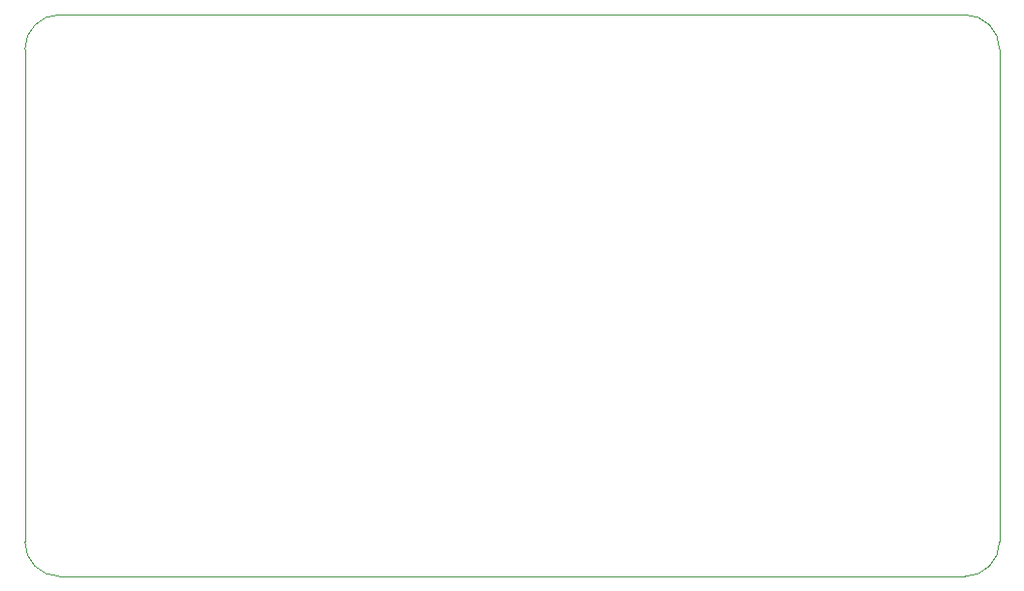
<source format=gbr>
%TF.GenerationSoftware,KiCad,Pcbnew,(6.0.7)*%
%TF.CreationDate,2022-08-18T15:59:35-04:00*%
%TF.ProjectId,RadarProject,52616461-7250-4726-9f6a-6563742e6b69,rev?*%
%TF.SameCoordinates,Original*%
%TF.FileFunction,Profile,NP*%
%FSLAX46Y46*%
G04 Gerber Fmt 4.6, Leading zero omitted, Abs format (unit mm)*
G04 Created by KiCad (PCBNEW (6.0.7)) date 2022-08-18 15:59:35*
%MOMM*%
%LPD*%
G01*
G04 APERTURE LIST*
%TA.AperFunction,Profile*%
%ADD10C,0.100000*%
%TD*%
G04 APERTURE END LIST*
D10*
X20000000Y-66000000D02*
G75*
G03*
X23000000Y-69000000I3000000J0D01*
G01*
X23000000Y-20000000D02*
G75*
G03*
X20000000Y-23000000I0J-3000000D01*
G01*
X105000000Y-23000000D02*
G75*
G03*
X102000000Y-20000000I-3000000J0D01*
G01*
X102000000Y-69000000D02*
G75*
G03*
X105000000Y-66000000I0J3000000D01*
G01*
X102000000Y-20000000D02*
X23000000Y-20000000D01*
X105000000Y-23000000D02*
X105000000Y-66000000D01*
X23000000Y-69000000D02*
X102000000Y-69000000D01*
X20000000Y-23000000D02*
X20000000Y-66000000D01*
M02*

</source>
